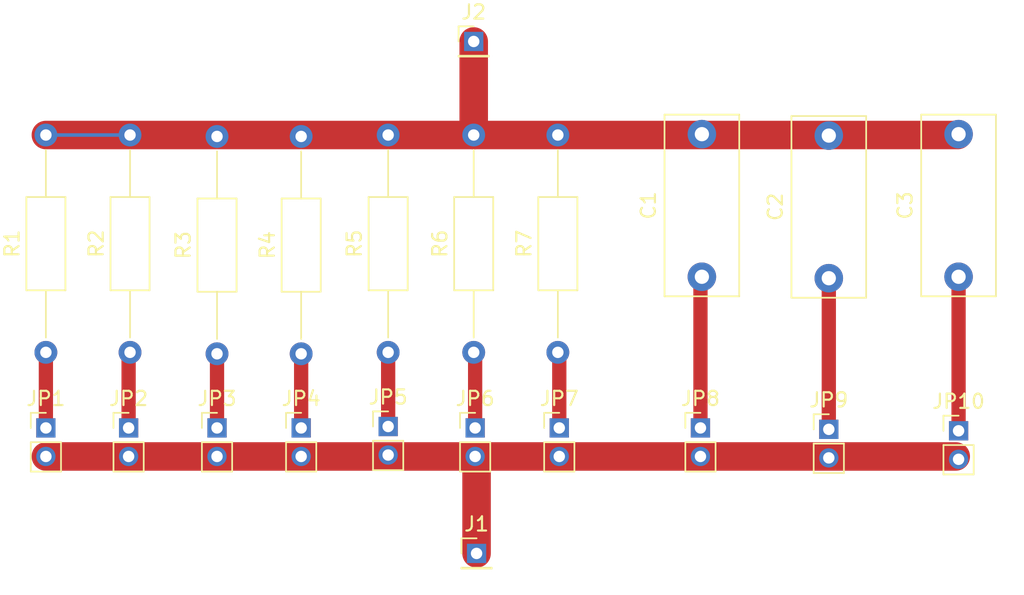
<source format=kicad_pcb>
(kicad_pcb (version 20171130) (host pcbnew "(5.1.6)-1")

  (general
    (thickness 1.6)
    (drawings 0)
    (tracks 24)
    (zones 0)
    (modules 22)
    (nets 13)
  )

  (page A4)
  (layers
    (0 F.Cu signal)
    (31 B.Cu signal)
    (32 B.Adhes user)
    (33 F.Adhes user)
    (34 B.Paste user)
    (35 F.Paste user)
    (36 B.SilkS user)
    (37 F.SilkS user)
    (38 B.Mask user)
    (39 F.Mask user)
    (40 Dwgs.User user)
    (41 Cmts.User user)
    (42 Eco1.User user)
    (43 Eco2.User user)
    (44 Edge.Cuts user)
    (45 Margin user)
    (46 B.CrtYd user)
    (47 F.CrtYd user)
    (48 B.Fab user)
    (49 F.Fab user)
  )

  (setup
    (last_trace_width 0.25)
    (trace_clearance 0.2)
    (zone_clearance 0.508)
    (zone_45_only no)
    (trace_min 0.2)
    (via_size 0.8)
    (via_drill 0.4)
    (via_min_size 0.4)
    (via_min_drill 0.3)
    (uvia_size 0.3)
    (uvia_drill 0.1)
    (uvias_allowed no)
    (uvia_min_size 0.2)
    (uvia_min_drill 0.1)
    (edge_width 0.05)
    (segment_width 0.2)
    (pcb_text_width 0.3)
    (pcb_text_size 1.5 1.5)
    (mod_edge_width 0.12)
    (mod_text_size 1 1)
    (mod_text_width 0.15)
    (pad_size 1 1.5)
    (pad_drill 0)
    (pad_to_mask_clearance 0.05)
    (aux_axis_origin 0 0)
    (visible_elements 7FFFFFFF)
    (pcbplotparams
      (layerselection 0x010fc_ffffffff)
      (usegerberextensions false)
      (usegerberattributes true)
      (usegerberadvancedattributes true)
      (creategerberjobfile true)
      (excludeedgelayer true)
      (linewidth 0.100000)
      (plotframeref false)
      (viasonmask false)
      (mode 1)
      (useauxorigin false)
      (hpglpennumber 1)
      (hpglpenspeed 20)
      (hpglpendiameter 15.000000)
      (psnegative false)
      (psa4output false)
      (plotreference true)
      (plotvalue true)
      (plotinvisibletext false)
      (padsonsilk false)
      (subtractmaskfromsilk false)
      (outputformat 1)
      (mirror false)
      (drillshape 1)
      (scaleselection 1)
      (outputdirectory ""))
  )

  (net 0 "")
  (net 1 "Net-(C1-Pad2)")
  (net 2 "Net-(C1-Pad1)")
  (net 3 "Net-(C2-Pad1)")
  (net 4 "Net-(C3-Pad1)")
  (net 5 "Net-(J1-Pad1)")
  (net 6 "Net-(JP1-Pad1)")
  (net 7 "Net-(JP2-Pad1)")
  (net 8 "Net-(JP3-Pad1)")
  (net 9 "Net-(JP4-Pad1)")
  (net 10 "Net-(JP5-Pad1)")
  (net 11 "Net-(JP6-Pad1)")
  (net 12 "Net-(JP7-Pad1)")

  (net_class Default "This is the default net class."
    (clearance 0.2)
    (trace_width 0.25)
    (via_dia 0.8)
    (via_drill 0.4)
    (uvia_dia 0.3)
    (uvia_drill 0.1)
    (add_net "Net-(C1-Pad1)")
    (add_net "Net-(C1-Pad2)")
    (add_net "Net-(C2-Pad1)")
    (add_net "Net-(C3-Pad1)")
    (add_net "Net-(J1-Pad1)")
    (add_net "Net-(JP1-Pad1)")
    (add_net "Net-(JP2-Pad1)")
    (add_net "Net-(JP3-Pad1)")
    (add_net "Net-(JP4-Pad1)")
    (add_net "Net-(JP5-Pad1)")
    (add_net "Net-(JP6-Pad1)")
    (add_net "Net-(JP7-Pad1)")
  )

  (module Connector_PinHeader_2.00mm:PinHeader_1x02_P2.00mm_Vertical (layer F.Cu) (tedit 59FED667) (tstamp 61D62CDA)
    (at 151.1 72.8)
    (descr "Through hole straight pin header, 1x02, 2.00mm pitch, single row")
    (tags "Through hole pin header THT 1x02 2.00mm single row")
    (path /61D63816)
    (fp_text reference JP10 (at 0 -2.06) (layer F.SilkS)
      (effects (font (size 1 1) (thickness 0.15)))
    )
    (fp_text value Jumper (at 0 4.06) (layer F.Fab)
      (effects (font (size 1 1) (thickness 0.15)))
    )
    (fp_text user %R (at 0 1 90) (layer F.Fab)
      (effects (font (size 1 1) (thickness 0.15)))
    )
    (fp_line (start -0.5 -1) (end 1 -1) (layer F.Fab) (width 0.1))
    (fp_line (start 1 -1) (end 1 3) (layer F.Fab) (width 0.1))
    (fp_line (start 1 3) (end -1 3) (layer F.Fab) (width 0.1))
    (fp_line (start -1 3) (end -1 -0.5) (layer F.Fab) (width 0.1))
    (fp_line (start -1 -0.5) (end -0.5 -1) (layer F.Fab) (width 0.1))
    (fp_line (start -1.06 3.06) (end 1.06 3.06) (layer F.SilkS) (width 0.12))
    (fp_line (start -1.06 1) (end -1.06 3.06) (layer F.SilkS) (width 0.12))
    (fp_line (start 1.06 1) (end 1.06 3.06) (layer F.SilkS) (width 0.12))
    (fp_line (start -1.06 1) (end 1.06 1) (layer F.SilkS) (width 0.12))
    (fp_line (start -1.06 0) (end -1.06 -1.06) (layer F.SilkS) (width 0.12))
    (fp_line (start -1.06 -1.06) (end 0 -1.06) (layer F.SilkS) (width 0.12))
    (fp_line (start -1.5 -1.5) (end -1.5 3.5) (layer F.CrtYd) (width 0.05))
    (fp_line (start -1.5 3.5) (end 1.5 3.5) (layer F.CrtYd) (width 0.05))
    (fp_line (start 1.5 3.5) (end 1.5 -1.5) (layer F.CrtYd) (width 0.05))
    (fp_line (start 1.5 -1.5) (end -1.5 -1.5) (layer F.CrtYd) (width 0.05))
    (pad 2 thru_hole oval (at 0 2) (size 1.35 1.35) (drill 0.8) (layers *.Cu *.Mask)
      (net 5 "Net-(J1-Pad1)"))
    (pad 1 thru_hole rect (at 0 0) (size 1.35 1.35) (drill 0.8) (layers *.Cu *.Mask)
      (net 4 "Net-(C3-Pad1)"))
    (model ${KISYS3DMOD}/Connector_PinHeader_2.00mm.3dshapes/PinHeader_1x02_P2.00mm_Vertical.wrl
      (at (xyz 0 0 0))
      (scale (xyz 1 1 1))
      (rotate (xyz 0 0 0))
    )
  )

  (module Connector_PinHeader_2.00mm:PinHeader_1x02_P2.00mm_Vertical (layer F.Cu) (tedit 59FED667) (tstamp 61D62CC8)
    (at 142 72.7)
    (descr "Through hole straight pin header, 1x02, 2.00mm pitch, single row")
    (tags "Through hole pin header THT 1x02 2.00mm single row")
    (path /61D63363)
    (fp_text reference JP9 (at 0 -2.06) (layer F.SilkS)
      (effects (font (size 1 1) (thickness 0.15)))
    )
    (fp_text value Jumper (at 0 4.06) (layer F.Fab)
      (effects (font (size 1 1) (thickness 0.15)))
    )
    (fp_text user %R (at -4.4 0.4 90) (layer F.Fab)
      (effects (font (size 1 1) (thickness 0.15)))
    )
    (fp_line (start -0.5 -1) (end 1 -1) (layer F.Fab) (width 0.1))
    (fp_line (start 1 -1) (end 1 3) (layer F.Fab) (width 0.1))
    (fp_line (start 1 3) (end -1 3) (layer F.Fab) (width 0.1))
    (fp_line (start -1 3) (end -1 -0.5) (layer F.Fab) (width 0.1))
    (fp_line (start -1 -0.5) (end -0.5 -1) (layer F.Fab) (width 0.1))
    (fp_line (start -1.06 3.06) (end 1.06 3.06) (layer F.SilkS) (width 0.12))
    (fp_line (start -1.06 1) (end -1.06 3.06) (layer F.SilkS) (width 0.12))
    (fp_line (start 1.06 1) (end 1.06 3.06) (layer F.SilkS) (width 0.12))
    (fp_line (start -1.06 1) (end 1.06 1) (layer F.SilkS) (width 0.12))
    (fp_line (start -1.06 0) (end -1.06 -1.06) (layer F.SilkS) (width 0.12))
    (fp_line (start -1.06 -1.06) (end 0 -1.06) (layer F.SilkS) (width 0.12))
    (fp_line (start -1.5 -1.5) (end -1.5 3.5) (layer F.CrtYd) (width 0.05))
    (fp_line (start -1.5 3.5) (end 1.5 3.5) (layer F.CrtYd) (width 0.05))
    (fp_line (start 1.5 3.5) (end 1.5 -1.5) (layer F.CrtYd) (width 0.05))
    (fp_line (start 1.5 -1.5) (end -1.5 -1.5) (layer F.CrtYd) (width 0.05))
    (pad 2 thru_hole oval (at 0 2) (size 1.35 1.35) (drill 0.8) (layers *.Cu *.Mask)
      (net 5 "Net-(J1-Pad1)"))
    (pad 1 thru_hole rect (at 0 0) (size 1.35 1.35) (drill 0.8) (layers *.Cu *.Mask)
      (net 3 "Net-(C2-Pad1)"))
    (model ${KISYS3DMOD}/Connector_PinHeader_2.00mm.3dshapes/PinHeader_1x02_P2.00mm_Vertical.wrl
      (at (xyz 0 0 0))
      (scale (xyz 1 1 1))
      (rotate (xyz 0 0 0))
    )
  )

  (module Connector_PinHeader_2.00mm:PinHeader_1x02_P2.00mm_Vertical (layer F.Cu) (tedit 59FED667) (tstamp 61D62CB6)
    (at 133 72.6)
    (descr "Through hole straight pin header, 1x02, 2.00mm pitch, single row")
    (tags "Through hole pin header THT 1x02 2.00mm single row")
    (path /61D62E62)
    (fp_text reference JP8 (at 0 -2.06) (layer F.SilkS)
      (effects (font (size 1 1) (thickness 0.15)))
    )
    (fp_text value Jumper (at 0 4.06) (layer F.Fab)
      (effects (font (size 1 1) (thickness 0.15)))
    )
    (fp_text user %R (at -1.4 0.9 90) (layer F.Fab)
      (effects (font (size 1 1) (thickness 0.15)))
    )
    (fp_line (start -0.5 -1) (end 1 -1) (layer F.Fab) (width 0.1))
    (fp_line (start 1 -1) (end 1 3) (layer F.Fab) (width 0.1))
    (fp_line (start 1 3) (end -1 3) (layer F.Fab) (width 0.1))
    (fp_line (start -1 3) (end -1 -0.5) (layer F.Fab) (width 0.1))
    (fp_line (start -1 -0.5) (end -0.5 -1) (layer F.Fab) (width 0.1))
    (fp_line (start -1.06 3.06) (end 1.06 3.06) (layer F.SilkS) (width 0.12))
    (fp_line (start -1.06 1) (end -1.06 3.06) (layer F.SilkS) (width 0.12))
    (fp_line (start 1.06 1) (end 1.06 3.06) (layer F.SilkS) (width 0.12))
    (fp_line (start -1.06 1) (end 1.06 1) (layer F.SilkS) (width 0.12))
    (fp_line (start -1.06 0) (end -1.06 -1.06) (layer F.SilkS) (width 0.12))
    (fp_line (start -1.06 -1.06) (end 0 -1.06) (layer F.SilkS) (width 0.12))
    (fp_line (start -1.5 -1.5) (end -1.5 3.5) (layer F.CrtYd) (width 0.05))
    (fp_line (start -1.5 3.5) (end 1.5 3.5) (layer F.CrtYd) (width 0.05))
    (fp_line (start 1.5 3.5) (end 1.5 -1.5) (layer F.CrtYd) (width 0.05))
    (fp_line (start 1.5 -1.5) (end -1.5 -1.5) (layer F.CrtYd) (width 0.05))
    (pad 2 thru_hole oval (at 0 2) (size 1.35 1.35) (drill 0.8) (layers *.Cu *.Mask)
      (net 5 "Net-(J1-Pad1)"))
    (pad 1 thru_hole rect (at 0 0) (size 1.35 1.35) (drill 0.8) (layers *.Cu *.Mask)
      (net 2 "Net-(C1-Pad1)"))
    (model ${KISYS3DMOD}/Connector_PinHeader_2.00mm.3dshapes/PinHeader_1x02_P2.00mm_Vertical.wrl
      (at (xyz 0 0 0))
      (scale (xyz 1 1 1))
      (rotate (xyz 0 0 0))
    )
  )

  (module Connector_PinHeader_2.00mm:PinHeader_1x02_P2.00mm_Vertical (layer F.Cu) (tedit 59FED667) (tstamp 61D62CA4)
    (at 123.1 72.6)
    (descr "Through hole straight pin header, 1x02, 2.00mm pitch, single row")
    (tags "Through hole pin header THT 1x02 2.00mm single row")
    (path /61D628DA)
    (fp_text reference JP7 (at 0 -2.06) (layer F.SilkS)
      (effects (font (size 1 1) (thickness 0.15)))
    )
    (fp_text value Jumper (at 0 4.06) (layer F.Fab)
      (effects (font (size 1 1) (thickness 0.15)))
    )
    (fp_text user %R (at 0 1 90) (layer F.Fab)
      (effects (font (size 1 1) (thickness 0.15)))
    )
    (fp_line (start -0.5 -1) (end 1 -1) (layer F.Fab) (width 0.1))
    (fp_line (start 1 -1) (end 1 3) (layer F.Fab) (width 0.1))
    (fp_line (start 1 3) (end -1 3) (layer F.Fab) (width 0.1))
    (fp_line (start -1 3) (end -1 -0.5) (layer F.Fab) (width 0.1))
    (fp_line (start -1 -0.5) (end -0.5 -1) (layer F.Fab) (width 0.1))
    (fp_line (start -1.06 3.06) (end 1.06 3.06) (layer F.SilkS) (width 0.12))
    (fp_line (start -1.06 1) (end -1.06 3.06) (layer F.SilkS) (width 0.12))
    (fp_line (start 1.06 1) (end 1.06 3.06) (layer F.SilkS) (width 0.12))
    (fp_line (start -1.06 1) (end 1.06 1) (layer F.SilkS) (width 0.12))
    (fp_line (start -1.06 0) (end -1.06 -1.06) (layer F.SilkS) (width 0.12))
    (fp_line (start -1.06 -1.06) (end 0 -1.06) (layer F.SilkS) (width 0.12))
    (fp_line (start -1.5 -1.5) (end -1.5 3.5) (layer F.CrtYd) (width 0.05))
    (fp_line (start -1.5 3.5) (end 1.5 3.5) (layer F.CrtYd) (width 0.05))
    (fp_line (start 1.5 3.5) (end 1.5 -1.5) (layer F.CrtYd) (width 0.05))
    (fp_line (start 1.5 -1.5) (end -1.5 -1.5) (layer F.CrtYd) (width 0.05))
    (pad 2 thru_hole oval (at 0 2) (size 1.35 1.35) (drill 0.8) (layers *.Cu *.Mask)
      (net 5 "Net-(J1-Pad1)"))
    (pad 1 thru_hole rect (at 0 0) (size 1.35 1.35) (drill 0.8) (layers *.Cu *.Mask)
      (net 12 "Net-(JP7-Pad1)"))
    (model ${KISYS3DMOD}/Connector_PinHeader_2.00mm.3dshapes/PinHeader_1x02_P2.00mm_Vertical.wrl
      (at (xyz 0 0 0))
      (scale (xyz 1 1 1))
      (rotate (xyz 0 0 0))
    )
  )

  (module Connector_PinHeader_2.00mm:PinHeader_1x02_P2.00mm_Vertical (layer F.Cu) (tedit 59FED667) (tstamp 61D62C92)
    (at 117.2 72.6)
    (descr "Through hole straight pin header, 1x02, 2.00mm pitch, single row")
    (tags "Through hole pin header THT 1x02 2.00mm single row")
    (path /61D624B5)
    (fp_text reference JP6 (at 0 -2.06) (layer F.SilkS)
      (effects (font (size 1 1) (thickness 0.15)))
    )
    (fp_text value Jumper (at 0 4.06) (layer F.Fab)
      (effects (font (size 1 1) (thickness 0.15)))
    )
    (fp_text user %R (at 0 1 90) (layer F.Fab)
      (effects (font (size 1 1) (thickness 0.15)))
    )
    (fp_line (start -0.5 -1) (end 1 -1) (layer F.Fab) (width 0.1))
    (fp_line (start 1 -1) (end 1 3) (layer F.Fab) (width 0.1))
    (fp_line (start 1 3) (end -1 3) (layer F.Fab) (width 0.1))
    (fp_line (start -1 3) (end -1 -0.5) (layer F.Fab) (width 0.1))
    (fp_line (start -1 -0.5) (end -0.5 -1) (layer F.Fab) (width 0.1))
    (fp_line (start -1.06 3.06) (end 1.06 3.06) (layer F.SilkS) (width 0.12))
    (fp_line (start -1.06 1) (end -1.06 3.06) (layer F.SilkS) (width 0.12))
    (fp_line (start 1.06 1) (end 1.06 3.06) (layer F.SilkS) (width 0.12))
    (fp_line (start -1.06 1) (end 1.06 1) (layer F.SilkS) (width 0.12))
    (fp_line (start -1.06 0) (end -1.06 -1.06) (layer F.SilkS) (width 0.12))
    (fp_line (start -1.06 -1.06) (end 0 -1.06) (layer F.SilkS) (width 0.12))
    (fp_line (start -1.5 -1.5) (end -1.5 3.5) (layer F.CrtYd) (width 0.05))
    (fp_line (start -1.5 3.5) (end 1.5 3.5) (layer F.CrtYd) (width 0.05))
    (fp_line (start 1.5 3.5) (end 1.5 -1.5) (layer F.CrtYd) (width 0.05))
    (fp_line (start 1.5 -1.5) (end -1.5 -1.5) (layer F.CrtYd) (width 0.05))
    (pad 2 thru_hole oval (at 0 2) (size 1.35 1.35) (drill 0.8) (layers *.Cu *.Mask)
      (net 5 "Net-(J1-Pad1)"))
    (pad 1 thru_hole rect (at 0 0) (size 1.35 1.35) (drill 0.8) (layers *.Cu *.Mask)
      (net 11 "Net-(JP6-Pad1)"))
    (model ${KISYS3DMOD}/Connector_PinHeader_2.00mm.3dshapes/PinHeader_1x02_P2.00mm_Vertical.wrl
      (at (xyz 0 0 0))
      (scale (xyz 1 1 1))
      (rotate (xyz 0 0 0))
    )
  )

  (module Connector_PinHeader_2.00mm:PinHeader_1x02_P2.00mm_Vertical (layer F.Cu) (tedit 59FED667) (tstamp 61D62C80)
    (at 111.1 72.5)
    (descr "Through hole straight pin header, 1x02, 2.00mm pitch, single row")
    (tags "Through hole pin header THT 1x02 2.00mm single row")
    (path /61D6209A)
    (fp_text reference JP5 (at 0 -2.06) (layer F.SilkS)
      (effects (font (size 1 1) (thickness 0.15)))
    )
    (fp_text value Jumper (at 0 4.06) (layer F.Fab)
      (effects (font (size 1 1) (thickness 0.15)))
    )
    (fp_text user %R (at 0 1 90) (layer F.Fab)
      (effects (font (size 1 1) (thickness 0.15)))
    )
    (fp_line (start -0.5 -1) (end 1 -1) (layer F.Fab) (width 0.1))
    (fp_line (start 1 -1) (end 1 3) (layer F.Fab) (width 0.1))
    (fp_line (start 1 3) (end -1 3) (layer F.Fab) (width 0.1))
    (fp_line (start -1 3) (end -1 -0.5) (layer F.Fab) (width 0.1))
    (fp_line (start -1 -0.5) (end -0.5 -1) (layer F.Fab) (width 0.1))
    (fp_line (start -1.06 3.06) (end 1.06 3.06) (layer F.SilkS) (width 0.12))
    (fp_line (start -1.06 1) (end -1.06 3.06) (layer F.SilkS) (width 0.12))
    (fp_line (start 1.06 1) (end 1.06 3.06) (layer F.SilkS) (width 0.12))
    (fp_line (start -1.06 1) (end 1.06 1) (layer F.SilkS) (width 0.12))
    (fp_line (start -1.06 0) (end -1.06 -1.06) (layer F.SilkS) (width 0.12))
    (fp_line (start -1.06 -1.06) (end 0 -1.06) (layer F.SilkS) (width 0.12))
    (fp_line (start -1.5 -1.5) (end -1.5 3.5) (layer F.CrtYd) (width 0.05))
    (fp_line (start -1.5 3.5) (end 1.5 3.5) (layer F.CrtYd) (width 0.05))
    (fp_line (start 1.5 3.5) (end 1.5 -1.5) (layer F.CrtYd) (width 0.05))
    (fp_line (start 1.5 -1.5) (end -1.5 -1.5) (layer F.CrtYd) (width 0.05))
    (pad 2 thru_hole oval (at 0 2) (size 1.35 1.35) (drill 0.8) (layers *.Cu *.Mask)
      (net 5 "Net-(J1-Pad1)"))
    (pad 1 thru_hole rect (at 0 0) (size 1.35 1.35) (drill 0.8) (layers *.Cu *.Mask)
      (net 10 "Net-(JP5-Pad1)"))
    (model ${KISYS3DMOD}/Connector_PinHeader_2.00mm.3dshapes/PinHeader_1x02_P2.00mm_Vertical.wrl
      (at (xyz 0 0 0))
      (scale (xyz 1 1 1))
      (rotate (xyz 0 0 0))
    )
  )

  (module Connector_PinHeader_2.00mm:PinHeader_1x02_P2.00mm_Vertical (layer F.Cu) (tedit 59FED667) (tstamp 61D62C6E)
    (at 105 72.6)
    (descr "Through hole straight pin header, 1x02, 2.00mm pitch, single row")
    (tags "Through hole pin header THT 1x02 2.00mm single row")
    (path /61D61D2E)
    (fp_text reference JP4 (at 0 -2.06) (layer F.SilkS)
      (effects (font (size 1 1) (thickness 0.15)))
    )
    (fp_text value Jumper (at 0 4.06) (layer F.Fab)
      (effects (font (size 1 1) (thickness 0.15)))
    )
    (fp_text user %R (at -1.6 -0.4 90) (layer F.Fab)
      (effects (font (size 1 1) (thickness 0.15)))
    )
    (fp_line (start -0.5 -1) (end 1 -1) (layer F.Fab) (width 0.1))
    (fp_line (start 1 -1) (end 1 3) (layer F.Fab) (width 0.1))
    (fp_line (start 1 3) (end -1 3) (layer F.Fab) (width 0.1))
    (fp_line (start -1 3) (end -1 -0.5) (layer F.Fab) (width 0.1))
    (fp_line (start -1 -0.5) (end -0.5 -1) (layer F.Fab) (width 0.1))
    (fp_line (start -1.06 3.06) (end 1.06 3.06) (layer F.SilkS) (width 0.12))
    (fp_line (start -1.06 1) (end -1.06 3.06) (layer F.SilkS) (width 0.12))
    (fp_line (start 1.06 1) (end 1.06 3.06) (layer F.SilkS) (width 0.12))
    (fp_line (start -1.06 1) (end 1.06 1) (layer F.SilkS) (width 0.12))
    (fp_line (start -1.06 0) (end -1.06 -1.06) (layer F.SilkS) (width 0.12))
    (fp_line (start -1.06 -1.06) (end 0 -1.06) (layer F.SilkS) (width 0.12))
    (fp_line (start -1.5 -1.5) (end -1.5 3.5) (layer F.CrtYd) (width 0.05))
    (fp_line (start -1.5 3.5) (end 1.5 3.5) (layer F.CrtYd) (width 0.05))
    (fp_line (start 1.5 3.5) (end 1.5 -1.5) (layer F.CrtYd) (width 0.05))
    (fp_line (start 1.5 -1.5) (end -1.5 -1.5) (layer F.CrtYd) (width 0.05))
    (pad 2 thru_hole oval (at 0 2) (size 1.35 1.35) (drill 0.8) (layers *.Cu *.Mask)
      (net 5 "Net-(J1-Pad1)"))
    (pad 1 thru_hole rect (at 0 0) (size 1.35 1.35) (drill 0.8) (layers *.Cu *.Mask)
      (net 9 "Net-(JP4-Pad1)"))
    (model ${KISYS3DMOD}/Connector_PinHeader_2.00mm.3dshapes/PinHeader_1x02_P2.00mm_Vertical.wrl
      (at (xyz 0 0 0))
      (scale (xyz 1 1 1))
      (rotate (xyz 0 0 0))
    )
  )

  (module Connector_PinHeader_2.00mm:PinHeader_1x02_P2.00mm_Vertical (layer F.Cu) (tedit 59FED667) (tstamp 61D62C5C)
    (at 99.1 72.6)
    (descr "Through hole straight pin header, 1x02, 2.00mm pitch, single row")
    (tags "Through hole pin header THT 1x02 2.00mm single row")
    (path /61D61913)
    (fp_text reference JP3 (at 0 -2.06) (layer F.SilkS)
      (effects (font (size 1 1) (thickness 0.15)))
    )
    (fp_text value Jumper (at 0 4.06) (layer F.Fab)
      (effects (font (size 1 1) (thickness 0.15)))
    )
    (fp_text user %R (at 0 1 90) (layer F.Fab)
      (effects (font (size 1 1) (thickness 0.15)))
    )
    (fp_line (start -0.5 -1) (end 1 -1) (layer F.Fab) (width 0.1))
    (fp_line (start 1 -1) (end 1 3) (layer F.Fab) (width 0.1))
    (fp_line (start 1 3) (end -1 3) (layer F.Fab) (width 0.1))
    (fp_line (start -1 3) (end -1 -0.5) (layer F.Fab) (width 0.1))
    (fp_line (start -1 -0.5) (end -0.5 -1) (layer F.Fab) (width 0.1))
    (fp_line (start -1.06 3.06) (end 1.06 3.06) (layer F.SilkS) (width 0.12))
    (fp_line (start -1.06 1) (end -1.06 3.06) (layer F.SilkS) (width 0.12))
    (fp_line (start 1.06 1) (end 1.06 3.06) (layer F.SilkS) (width 0.12))
    (fp_line (start -1.06 1) (end 1.06 1) (layer F.SilkS) (width 0.12))
    (fp_line (start -1.06 0) (end -1.06 -1.06) (layer F.SilkS) (width 0.12))
    (fp_line (start -1.06 -1.06) (end 0 -1.06) (layer F.SilkS) (width 0.12))
    (fp_line (start -1.5 -1.5) (end -1.5 3.5) (layer F.CrtYd) (width 0.05))
    (fp_line (start -1.5 3.5) (end 1.5 3.5) (layer F.CrtYd) (width 0.05))
    (fp_line (start 1.5 3.5) (end 1.5 -1.5) (layer F.CrtYd) (width 0.05))
    (fp_line (start 1.5 -1.5) (end -1.5 -1.5) (layer F.CrtYd) (width 0.05))
    (pad 2 thru_hole oval (at 0 2) (size 1.35 1.35) (drill 0.8) (layers *.Cu *.Mask)
      (net 5 "Net-(J1-Pad1)"))
    (pad 1 thru_hole rect (at 0 0) (size 1.35 1.35) (drill 0.8) (layers *.Cu *.Mask)
      (net 8 "Net-(JP3-Pad1)"))
    (model ${KISYS3DMOD}/Connector_PinHeader_2.00mm.3dshapes/PinHeader_1x02_P2.00mm_Vertical.wrl
      (at (xyz 0 0 0))
      (scale (xyz 1 1 1))
      (rotate (xyz 0 0 0))
    )
  )

  (module Connector_PinHeader_2.00mm:PinHeader_1x02_P2.00mm_Vertical (layer F.Cu) (tedit 59FED667) (tstamp 61D62C4A)
    (at 92.9 72.6)
    (descr "Through hole straight pin header, 1x02, 2.00mm pitch, single row")
    (tags "Through hole pin header THT 1x02 2.00mm single row")
    (path /61D61548)
    (fp_text reference JP2 (at 0 -2.06) (layer F.SilkS)
      (effects (font (size 1 1) (thickness 0.15)))
    )
    (fp_text value Jumper (at 0 4.06) (layer F.Fab)
      (effects (font (size 1 1) (thickness 0.15)))
    )
    (fp_text user %R (at 0 1 90) (layer F.Fab)
      (effects (font (size 1 1) (thickness 0.15)))
    )
    (fp_line (start -0.5 -1) (end 1 -1) (layer F.Fab) (width 0.1))
    (fp_line (start 1 -1) (end 1 3) (layer F.Fab) (width 0.1))
    (fp_line (start 1 3) (end -1 3) (layer F.Fab) (width 0.1))
    (fp_line (start -1 3) (end -1 -0.5) (layer F.Fab) (width 0.1))
    (fp_line (start -1 -0.5) (end -0.5 -1) (layer F.Fab) (width 0.1))
    (fp_line (start -1.06 3.06) (end 1.06 3.06) (layer F.SilkS) (width 0.12))
    (fp_line (start -1.06 1) (end -1.06 3.06) (layer F.SilkS) (width 0.12))
    (fp_line (start 1.06 1) (end 1.06 3.06) (layer F.SilkS) (width 0.12))
    (fp_line (start -1.06 1) (end 1.06 1) (layer F.SilkS) (width 0.12))
    (fp_line (start -1.06 0) (end -1.06 -1.06) (layer F.SilkS) (width 0.12))
    (fp_line (start -1.06 -1.06) (end 0 -1.06) (layer F.SilkS) (width 0.12))
    (fp_line (start -1.5 -1.5) (end -1.5 3.5) (layer F.CrtYd) (width 0.05))
    (fp_line (start -1.5 3.5) (end 1.5 3.5) (layer F.CrtYd) (width 0.05))
    (fp_line (start 1.5 3.5) (end 1.5 -1.5) (layer F.CrtYd) (width 0.05))
    (fp_line (start 1.5 -1.5) (end -1.5 -1.5) (layer F.CrtYd) (width 0.05))
    (pad 2 thru_hole oval (at 0 2) (size 1.35 1.35) (drill 0.8) (layers *.Cu *.Mask)
      (net 5 "Net-(J1-Pad1)"))
    (pad 1 thru_hole rect (at 0 0) (size 1.35 1.35) (drill 0.8) (layers *.Cu *.Mask)
      (net 7 "Net-(JP2-Pad1)"))
    (model ${KISYS3DMOD}/Connector_PinHeader_2.00mm.3dshapes/PinHeader_1x02_P2.00mm_Vertical.wrl
      (at (xyz 0 0 0))
      (scale (xyz 1 1 1))
      (rotate (xyz 0 0 0))
    )
  )

  (module Connector_PinHeader_2.00mm:PinHeader_1x02_P2.00mm_Vertical (layer F.Cu) (tedit 59FED667) (tstamp 61D62C38)
    (at 87.1 72.6)
    (descr "Through hole straight pin header, 1x02, 2.00mm pitch, single row")
    (tags "Through hole pin header THT 1x02 2.00mm single row")
    (path /61D60A8D)
    (fp_text reference JP1 (at 0 -2.06) (layer F.SilkS)
      (effects (font (size 1 1) (thickness 0.15)))
    )
    (fp_text value Jumper (at 0 4.06) (layer F.Fab)
      (effects (font (size 1 1) (thickness 0.15)))
    )
    (fp_line (start 1.5 -1.5) (end -1.5 -1.5) (layer F.CrtYd) (width 0.05))
    (fp_line (start 1.5 3.5) (end 1.5 -1.5) (layer F.CrtYd) (width 0.05))
    (fp_line (start -1.5 3.5) (end 1.5 3.5) (layer F.CrtYd) (width 0.05))
    (fp_line (start -1.5 -1.5) (end -1.5 3.5) (layer F.CrtYd) (width 0.05))
    (fp_line (start -1.06 -1.06) (end 0 -1.06) (layer F.SilkS) (width 0.12))
    (fp_line (start -1.06 0) (end -1.06 -1.06) (layer F.SilkS) (width 0.12))
    (fp_line (start -1.06 1) (end 1.06 1) (layer F.SilkS) (width 0.12))
    (fp_line (start 1.06 1) (end 1.06 3.06) (layer F.SilkS) (width 0.12))
    (fp_line (start -1.06 1) (end -1.06 3.06) (layer F.SilkS) (width 0.12))
    (fp_line (start -1.06 3.06) (end 1.06 3.06) (layer F.SilkS) (width 0.12))
    (fp_line (start -1 -0.5) (end -0.5 -1) (layer F.Fab) (width 0.1))
    (fp_line (start -1 3) (end -1 -0.5) (layer F.Fab) (width 0.1))
    (fp_line (start 1 3) (end -1 3) (layer F.Fab) (width 0.1))
    (fp_line (start 1 -1) (end 1 3) (layer F.Fab) (width 0.1))
    (fp_line (start -0.5 -1) (end 1 -1) (layer F.Fab) (width 0.1))
    (fp_text user %R (at 0 1 90) (layer F.Fab)
      (effects (font (size 1 1) (thickness 0.15)))
    )
    (pad 2 thru_hole oval (at 0 2) (size 1.35 1.35) (drill 0.8) (layers *.Cu *.Mask)
      (net 5 "Net-(J1-Pad1)"))
    (pad 1 thru_hole rect (at 0 0) (size 1.35 1.35) (drill 0.8) (layers *.Cu *.Mask)
      (net 6 "Net-(JP1-Pad1)"))
    (model ${KISYS3DMOD}/Connector_PinHeader_2.00mm.3dshapes/PinHeader_1x02_P2.00mm_Vertical.wrl
      (at (xyz 0 0 0))
      (scale (xyz 1 1 1))
      (rotate (xyz 0 0 0))
    )
  )

  (module Resistor_THT:R_Axial_DIN0207_L6.3mm_D2.5mm_P15.24mm_Horizontal (layer F.Cu) (tedit 5AE5139B) (tstamp 61D62D7B)
    (at 123 67.3 90)
    (descr "Resistor, Axial_DIN0207 series, Axial, Horizontal, pin pitch=15.24mm, 0.25W = 1/4W, length*diameter=6.3*2.5mm^2, http://cdn-reichelt.de/documents/datenblatt/B400/1_4W%23YAG.pdf")
    (tags "Resistor Axial_DIN0207 series Axial Horizontal pin pitch 15.24mm 0.25W = 1/4W length 6.3mm diameter 2.5mm")
    (path /61D5DF32)
    (fp_text reference R7 (at 7.62 -2.37 90) (layer F.SilkS)
      (effects (font (size 1 1) (thickness 0.15)))
    )
    (fp_text value 994 (at 7.62 2.37 90) (layer F.Fab)
      (effects (font (size 1 1) (thickness 0.15)))
    )
    (fp_line (start 4.47 -1.25) (end 4.47 1.25) (layer F.Fab) (width 0.1))
    (fp_line (start 4.47 1.25) (end 10.77 1.25) (layer F.Fab) (width 0.1))
    (fp_line (start 10.77 1.25) (end 10.77 -1.25) (layer F.Fab) (width 0.1))
    (fp_line (start 10.77 -1.25) (end 4.47 -1.25) (layer F.Fab) (width 0.1))
    (fp_line (start 0 0) (end 4.47 0) (layer F.Fab) (width 0.1))
    (fp_line (start 15.24 0) (end 10.77 0) (layer F.Fab) (width 0.1))
    (fp_line (start 4.35 -1.37) (end 4.35 1.37) (layer F.SilkS) (width 0.12))
    (fp_line (start 4.35 1.37) (end 10.89 1.37) (layer F.SilkS) (width 0.12))
    (fp_line (start 10.89 1.37) (end 10.89 -1.37) (layer F.SilkS) (width 0.12))
    (fp_line (start 10.89 -1.37) (end 4.35 -1.37) (layer F.SilkS) (width 0.12))
    (fp_line (start 1.04 0) (end 4.35 0) (layer F.SilkS) (width 0.12))
    (fp_line (start 14.2 0) (end 10.89 0) (layer F.SilkS) (width 0.12))
    (fp_line (start -1.05 -1.5) (end -1.05 1.5) (layer F.CrtYd) (width 0.05))
    (fp_line (start -1.05 1.5) (end 16.29 1.5) (layer F.CrtYd) (width 0.05))
    (fp_line (start 16.29 1.5) (end 16.29 -1.5) (layer F.CrtYd) (width 0.05))
    (fp_line (start 16.29 -1.5) (end -1.05 -1.5) (layer F.CrtYd) (width 0.05))
    (fp_text user %R (at 7.62 0 90) (layer F.Fab)
      (effects (font (size 1 1) (thickness 0.15)))
    )
    (pad 2 thru_hole oval (at 15.24 0 90) (size 1.6 1.6) (drill 0.8) (layers *.Cu *.Mask)
      (net 1 "Net-(C1-Pad2)"))
    (pad 1 thru_hole circle (at 0 0 90) (size 1.6 1.6) (drill 0.8) (layers *.Cu *.Mask)
      (net 12 "Net-(JP7-Pad1)"))
    (model ${KISYS3DMOD}/Resistor_THT.3dshapes/R_Axial_DIN0207_L6.3mm_D2.5mm_P15.24mm_Horizontal.wrl
      (at (xyz 0 0 0))
      (scale (xyz 1 1 1))
      (rotate (xyz 0 0 0))
    )
  )

  (module Resistor_THT:R_Axial_DIN0207_L6.3mm_D2.5mm_P15.24mm_Horizontal (layer F.Cu) (tedit 5AE5139B) (tstamp 61D62D64)
    (at 117.1 67.3 90)
    (descr "Resistor, Axial_DIN0207 series, Axial, Horizontal, pin pitch=15.24mm, 0.25W = 1/4W, length*diameter=6.3*2.5mm^2, http://cdn-reichelt.de/documents/datenblatt/B400/1_4W%23YAG.pdf")
    (tags "Resistor Axial_DIN0207 series Axial Horizontal pin pitch 15.24mm 0.25W = 1/4W length 6.3mm diameter 2.5mm")
    (path /61D5D7EC)
    (fp_text reference R6 (at 7.62 -2.37 90) (layer F.SilkS)
      (effects (font (size 1 1) (thickness 0.15)))
    )
    (fp_text value 668 (at 7.62 2.37 90) (layer F.Fab)
      (effects (font (size 1 1) (thickness 0.15)))
    )
    (fp_line (start 4.47 -1.25) (end 4.47 1.25) (layer F.Fab) (width 0.1))
    (fp_line (start 4.47 1.25) (end 10.77 1.25) (layer F.Fab) (width 0.1))
    (fp_line (start 10.77 1.25) (end 10.77 -1.25) (layer F.Fab) (width 0.1))
    (fp_line (start 10.77 -1.25) (end 4.47 -1.25) (layer F.Fab) (width 0.1))
    (fp_line (start 0 0) (end 4.47 0) (layer F.Fab) (width 0.1))
    (fp_line (start 15.24 0) (end 10.77 0) (layer F.Fab) (width 0.1))
    (fp_line (start 4.35 -1.37) (end 4.35 1.37) (layer F.SilkS) (width 0.12))
    (fp_line (start 4.35 1.37) (end 10.89 1.37) (layer F.SilkS) (width 0.12))
    (fp_line (start 10.89 1.37) (end 10.89 -1.37) (layer F.SilkS) (width 0.12))
    (fp_line (start 10.89 -1.37) (end 4.35 -1.37) (layer F.SilkS) (width 0.12))
    (fp_line (start 1.04 0) (end 4.35 0) (layer F.SilkS) (width 0.12))
    (fp_line (start 14.2 0) (end 10.89 0) (layer F.SilkS) (width 0.12))
    (fp_line (start -1.05 -1.5) (end -1.05 1.5) (layer F.CrtYd) (width 0.05))
    (fp_line (start -1.05 1.5) (end 16.29 1.5) (layer F.CrtYd) (width 0.05))
    (fp_line (start 16.29 1.5) (end 16.29 -1.5) (layer F.CrtYd) (width 0.05))
    (fp_line (start 16.29 -1.5) (end -1.05 -1.5) (layer F.CrtYd) (width 0.05))
    (fp_text user %R (at 7.62 0 90) (layer F.Fab)
      (effects (font (size 1 1) (thickness 0.15)))
    )
    (pad 2 thru_hole oval (at 15.24 0 90) (size 1.6 1.6) (drill 0.8) (layers *.Cu *.Mask)
      (net 1 "Net-(C1-Pad2)"))
    (pad 1 thru_hole circle (at 0 0 90) (size 1.6 1.6) (drill 0.8) (layers *.Cu *.Mask)
      (net 11 "Net-(JP6-Pad1)"))
    (model ${KISYS3DMOD}/Resistor_THT.3dshapes/R_Axial_DIN0207_L6.3mm_D2.5mm_P15.24mm_Horizontal.wrl
      (at (xyz 0 0 0))
      (scale (xyz 1 1 1))
      (rotate (xyz 0 0 0))
    )
  )

  (module Resistor_THT:R_Axial_DIN0207_L6.3mm_D2.5mm_P15.24mm_Horizontal (layer F.Cu) (tedit 5AE5139B) (tstamp 61D62D4D)
    (at 111.1 67.3 90)
    (descr "Resistor, Axial_DIN0207 series, Axial, Horizontal, pin pitch=15.24mm, 0.25W = 1/4W, length*diameter=6.3*2.5mm^2, http://cdn-reichelt.de/documents/datenblatt/B400/1_4W%23YAG.pdf")
    (tags "Resistor Axial_DIN0207 series Axial Horizontal pin pitch 15.24mm 0.25W = 1/4W length 6.3mm diameter 2.5mm")
    (path /61D5D3B0)
    (fp_text reference R5 (at 7.62 -2.37 90) (layer F.SilkS)
      (effects (font (size 1 1) (thickness 0.15)))
    )
    (fp_text value 497 (at 7.62 2.37 90) (layer F.Fab)
      (effects (font (size 1 1) (thickness 0.15)))
    )
    (fp_line (start 4.47 -1.25) (end 4.47 1.25) (layer F.Fab) (width 0.1))
    (fp_line (start 4.47 1.25) (end 10.77 1.25) (layer F.Fab) (width 0.1))
    (fp_line (start 10.77 1.25) (end 10.77 -1.25) (layer F.Fab) (width 0.1))
    (fp_line (start 10.77 -1.25) (end 4.47 -1.25) (layer F.Fab) (width 0.1))
    (fp_line (start 0 0) (end 4.47 0) (layer F.Fab) (width 0.1))
    (fp_line (start 15.24 0) (end 10.77 0) (layer F.Fab) (width 0.1))
    (fp_line (start 4.35 -1.37) (end 4.35 1.37) (layer F.SilkS) (width 0.12))
    (fp_line (start 4.35 1.37) (end 10.89 1.37) (layer F.SilkS) (width 0.12))
    (fp_line (start 10.89 1.37) (end 10.89 -1.37) (layer F.SilkS) (width 0.12))
    (fp_line (start 10.89 -1.37) (end 4.35 -1.37) (layer F.SilkS) (width 0.12))
    (fp_line (start 1.04 0) (end 4.35 0) (layer F.SilkS) (width 0.12))
    (fp_line (start 14.2 0) (end 10.89 0) (layer F.SilkS) (width 0.12))
    (fp_line (start -1.05 -1.5) (end -1.05 1.5) (layer F.CrtYd) (width 0.05))
    (fp_line (start -1.05 1.5) (end 16.29 1.5) (layer F.CrtYd) (width 0.05))
    (fp_line (start 16.29 1.5) (end 16.29 -1.5) (layer F.CrtYd) (width 0.05))
    (fp_line (start 16.29 -1.5) (end -1.05 -1.5) (layer F.CrtYd) (width 0.05))
    (fp_text user %R (at 7.62 0 90) (layer F.Fab)
      (effects (font (size 1 1) (thickness 0.15)))
    )
    (pad 2 thru_hole oval (at 15.24 0 90) (size 1.6 1.6) (drill 0.8) (layers *.Cu *.Mask)
      (net 1 "Net-(C1-Pad2)"))
    (pad 1 thru_hole circle (at 0 0 90) (size 1.6 1.6) (drill 0.8) (layers *.Cu *.Mask)
      (net 10 "Net-(JP5-Pad1)"))
    (model ${KISYS3DMOD}/Resistor_THT.3dshapes/R_Axial_DIN0207_L6.3mm_D2.5mm_P15.24mm_Horizontal.wrl
      (at (xyz 0 0 0))
      (scale (xyz 1 1 1))
      (rotate (xyz 0 0 0))
    )
  )

  (module Resistor_THT:R_Axial_DIN0207_L6.3mm_D2.5mm_P15.24mm_Horizontal (layer F.Cu) (tedit 5AE5139B) (tstamp 61D62D36)
    (at 105 67.4 90)
    (descr "Resistor, Axial_DIN0207 series, Axial, Horizontal, pin pitch=15.24mm, 0.25W = 1/4W, length*diameter=6.3*2.5mm^2, http://cdn-reichelt.de/documents/datenblatt/B400/1_4W%23YAG.pdf")
    (tags "Resistor Axial_DIN0207 series Axial Horizontal pin pitch 15.24mm 0.25W = 1/4W length 6.3mm diameter 2.5mm")
    (path /61D5CE7E)
    (fp_text reference R4 (at 7.62 -2.37 90) (layer F.SilkS)
      (effects (font (size 1 1) (thickness 0.15)))
    )
    (fp_text value 292 (at 7.62 2.37 90) (layer F.Fab)
      (effects (font (size 1 1) (thickness 0.15)))
    )
    (fp_line (start 4.47 -1.25) (end 4.47 1.25) (layer F.Fab) (width 0.1))
    (fp_line (start 4.47 1.25) (end 10.77 1.25) (layer F.Fab) (width 0.1))
    (fp_line (start 10.77 1.25) (end 10.77 -1.25) (layer F.Fab) (width 0.1))
    (fp_line (start 10.77 -1.25) (end 4.47 -1.25) (layer F.Fab) (width 0.1))
    (fp_line (start 0 0) (end 4.47 0) (layer F.Fab) (width 0.1))
    (fp_line (start 15.24 0) (end 10.77 0) (layer F.Fab) (width 0.1))
    (fp_line (start 4.35 -1.37) (end 4.35 1.37) (layer F.SilkS) (width 0.12))
    (fp_line (start 4.35 1.37) (end 10.89 1.37) (layer F.SilkS) (width 0.12))
    (fp_line (start 10.89 1.37) (end 10.89 -1.37) (layer F.SilkS) (width 0.12))
    (fp_line (start 10.89 -1.37) (end 4.35 -1.37) (layer F.SilkS) (width 0.12))
    (fp_line (start 1.04 0) (end 4.35 0) (layer F.SilkS) (width 0.12))
    (fp_line (start 14.2 0) (end 10.89 0) (layer F.SilkS) (width 0.12))
    (fp_line (start -1.05 -1.5) (end -1.05 1.5) (layer F.CrtYd) (width 0.05))
    (fp_line (start -1.05 1.5) (end 16.29 1.5) (layer F.CrtYd) (width 0.05))
    (fp_line (start 16.29 1.5) (end 16.29 -1.5) (layer F.CrtYd) (width 0.05))
    (fp_line (start 16.29 -1.5) (end -1.05 -1.5) (layer F.CrtYd) (width 0.05))
    (fp_text user %R (at 7.62 0 90) (layer F.Fab)
      (effects (font (size 1 1) (thickness 0.15)))
    )
    (pad 2 thru_hole oval (at 15.24 0 90) (size 1.6 1.6) (drill 0.8) (layers *.Cu *.Mask)
      (net 1 "Net-(C1-Pad2)"))
    (pad 1 thru_hole circle (at 0 0 90) (size 1.6 1.6) (drill 0.8) (layers *.Cu *.Mask)
      (net 9 "Net-(JP4-Pad1)"))
    (model ${KISYS3DMOD}/Resistor_THT.3dshapes/R_Axial_DIN0207_L6.3mm_D2.5mm_P15.24mm_Horizontal.wrl
      (at (xyz 0 0 0))
      (scale (xyz 1 1 1))
      (rotate (xyz 0 0 0))
    )
  )

  (module Resistor_THT:R_Axial_DIN0207_L6.3mm_D2.5mm_P15.24mm_Horizontal (layer F.Cu) (tedit 5AE5139B) (tstamp 61D62D1F)
    (at 99.1 67.4 90)
    (descr "Resistor, Axial_DIN0207 series, Axial, Horizontal, pin pitch=15.24mm, 0.25W = 1/4W, length*diameter=6.3*2.5mm^2, http://cdn-reichelt.de/documents/datenblatt/B400/1_4W%23YAG.pdf")
    (tags "Resistor Axial_DIN0207 series Axial Horizontal pin pitch 15.24mm 0.25W = 1/4W length 6.3mm diameter 2.5mm")
    (path /61D5CA6C)
    (fp_text reference R3 (at 7.62 -2.37 90) (layer F.SilkS)
      (effects (font (size 1 1) (thickness 0.15)))
    )
    (fp_text value 220 (at 7.62 2.37 90) (layer F.Fab)
      (effects (font (size 1 1) (thickness 0.15)))
    )
    (fp_line (start 4.47 -1.25) (end 4.47 1.25) (layer F.Fab) (width 0.1))
    (fp_line (start 4.47 1.25) (end 10.77 1.25) (layer F.Fab) (width 0.1))
    (fp_line (start 10.77 1.25) (end 10.77 -1.25) (layer F.Fab) (width 0.1))
    (fp_line (start 10.77 -1.25) (end 4.47 -1.25) (layer F.Fab) (width 0.1))
    (fp_line (start 0 0) (end 4.47 0) (layer F.Fab) (width 0.1))
    (fp_line (start 15.24 0) (end 10.77 0) (layer F.Fab) (width 0.1))
    (fp_line (start 4.35 -1.37) (end 4.35 1.37) (layer F.SilkS) (width 0.12))
    (fp_line (start 4.35 1.37) (end 10.89 1.37) (layer F.SilkS) (width 0.12))
    (fp_line (start 10.89 1.37) (end 10.89 -1.37) (layer F.SilkS) (width 0.12))
    (fp_line (start 10.89 -1.37) (end 4.35 -1.37) (layer F.SilkS) (width 0.12))
    (fp_line (start 1.04 0) (end 4.35 0) (layer F.SilkS) (width 0.12))
    (fp_line (start 14.2 0) (end 10.89 0) (layer F.SilkS) (width 0.12))
    (fp_line (start -1.05 -1.5) (end -1.05 1.5) (layer F.CrtYd) (width 0.05))
    (fp_line (start -1.05 1.5) (end 16.29 1.5) (layer F.CrtYd) (width 0.05))
    (fp_line (start 16.29 1.5) (end 16.29 -1.5) (layer F.CrtYd) (width 0.05))
    (fp_line (start 16.29 -1.5) (end -1.05 -1.5) (layer F.CrtYd) (width 0.05))
    (fp_text user %R (at 7.62 0 90) (layer F.Fab)
      (effects (font (size 1 1) (thickness 0.15)))
    )
    (pad 2 thru_hole oval (at 15.24 0 90) (size 1.6 1.6) (drill 0.8) (layers *.Cu *.Mask)
      (net 1 "Net-(C1-Pad2)"))
    (pad 1 thru_hole circle (at 0 0 90) (size 1.6 1.6) (drill 0.8) (layers *.Cu *.Mask)
      (net 8 "Net-(JP3-Pad1)"))
    (model ${KISYS3DMOD}/Resistor_THT.3dshapes/R_Axial_DIN0207_L6.3mm_D2.5mm_P15.24mm_Horizontal.wrl
      (at (xyz 0 0 0))
      (scale (xyz 1 1 1))
      (rotate (xyz 0 0 0))
    )
  )

  (module Resistor_THT:R_Axial_DIN0207_L6.3mm_D2.5mm_P15.24mm_Horizontal (layer F.Cu) (tedit 5AE5139B) (tstamp 61D62D08)
    (at 93 67.3 90)
    (descr "Resistor, Axial_DIN0207 series, Axial, Horizontal, pin pitch=15.24mm, 0.25W = 1/4W, length*diameter=6.3*2.5mm^2, http://cdn-reichelt.de/documents/datenblatt/B400/1_4W%23YAG.pdf")
    (tags "Resistor Axial_DIN0207 series Axial Horizontal pin pitch 15.24mm 0.25W = 1/4W length 6.3mm diameter 2.5mm")
    (path /61D5C2C2)
    (fp_text reference R2 (at 7.62 -2.37 90) (layer F.SilkS)
      (effects (font (size 1 1) (thickness 0.15)))
    )
    (fp_text value 100 (at 7.62 2.37 90) (layer F.Fab)
      (effects (font (size 1 1) (thickness 0.15)))
    )
    (fp_line (start 4.47 -1.25) (end 4.47 1.25) (layer F.Fab) (width 0.1))
    (fp_line (start 4.47 1.25) (end 10.77 1.25) (layer F.Fab) (width 0.1))
    (fp_line (start 10.77 1.25) (end 10.77 -1.25) (layer F.Fab) (width 0.1))
    (fp_line (start 10.77 -1.25) (end 4.47 -1.25) (layer F.Fab) (width 0.1))
    (fp_line (start 0 0) (end 4.47 0) (layer F.Fab) (width 0.1))
    (fp_line (start 15.24 0) (end 10.77 0) (layer F.Fab) (width 0.1))
    (fp_line (start 4.35 -1.37) (end 4.35 1.37) (layer F.SilkS) (width 0.12))
    (fp_line (start 4.35 1.37) (end 10.89 1.37) (layer F.SilkS) (width 0.12))
    (fp_line (start 10.89 1.37) (end 10.89 -1.37) (layer F.SilkS) (width 0.12))
    (fp_line (start 10.89 -1.37) (end 4.35 -1.37) (layer F.SilkS) (width 0.12))
    (fp_line (start 1.04 0) (end 4.35 0) (layer F.SilkS) (width 0.12))
    (fp_line (start 14.2 0) (end 10.89 0) (layer F.SilkS) (width 0.12))
    (fp_line (start -1.05 -1.5) (end -1.05 1.5) (layer F.CrtYd) (width 0.05))
    (fp_line (start -1.05 1.5) (end 16.29 1.5) (layer F.CrtYd) (width 0.05))
    (fp_line (start 16.29 1.5) (end 16.29 -1.5) (layer F.CrtYd) (width 0.05))
    (fp_line (start 16.29 -1.5) (end -1.05 -1.5) (layer F.CrtYd) (width 0.05))
    (fp_text user %R (at 7.62 0) (layer F.Fab)
      (effects (font (size 1 1) (thickness 0.15)))
    )
    (pad 2 thru_hole oval (at 15.24 0 90) (size 1.6 1.6) (drill 0.8) (layers *.Cu *.Mask)
      (net 1 "Net-(C1-Pad2)"))
    (pad 1 thru_hole circle (at 0 0 90) (size 1.6 1.6) (drill 0.8) (layers *.Cu *.Mask)
      (net 7 "Net-(JP2-Pad1)"))
    (model ${KISYS3DMOD}/Resistor_THT.3dshapes/R_Axial_DIN0207_L6.3mm_D2.5mm_P15.24mm_Horizontal.wrl
      (at (xyz 0 0 0))
      (scale (xyz 1 1 1))
      (rotate (xyz 0 0 0))
    )
  )

  (module Resistor_THT:R_Axial_DIN0207_L6.3mm_D2.5mm_P15.24mm_Horizontal (layer F.Cu) (tedit 5AE5139B) (tstamp 61D62CF1)
    (at 87.1 67.3 90)
    (descr "Resistor, Axial_DIN0207 series, Axial, Horizontal, pin pitch=15.24mm, 0.25W = 1/4W, length*diameter=6.3*2.5mm^2, http://cdn-reichelt.de/documents/datenblatt/B400/1_4W%23YAG.pdf")
    (tags "Resistor Axial_DIN0207 series Axial Horizontal pin pitch 15.24mm 0.25W = 1/4W length 6.3mm diameter 2.5mm")
    (path /61D5BE4F)
    (fp_text reference R1 (at 7.62 -2.37 90) (layer F.SilkS)
      (effects (font (size 1 1) (thickness 0.15)))
    )
    (fp_text value 55.1 (at 7.62 2.37 90) (layer F.Fab)
      (effects (font (size 1 1) (thickness 0.15)))
    )
    (fp_line (start 4.47 -1.25) (end 4.47 1.25) (layer F.Fab) (width 0.1))
    (fp_line (start 4.47 1.25) (end 10.77 1.25) (layer F.Fab) (width 0.1))
    (fp_line (start 10.77 1.25) (end 10.77 -1.25) (layer F.Fab) (width 0.1))
    (fp_line (start 10.77 -1.25) (end 4.47 -1.25) (layer F.Fab) (width 0.1))
    (fp_line (start 0 0) (end 4.47 0) (layer F.Fab) (width 0.1))
    (fp_line (start 15.24 0) (end 10.77 0) (layer F.Fab) (width 0.1))
    (fp_line (start 4.35 -1.37) (end 4.35 1.37) (layer F.SilkS) (width 0.12))
    (fp_line (start 4.35 1.37) (end 10.89 1.37) (layer F.SilkS) (width 0.12))
    (fp_line (start 10.89 1.37) (end 10.89 -1.37) (layer F.SilkS) (width 0.12))
    (fp_line (start 10.89 -1.37) (end 4.35 -1.37) (layer F.SilkS) (width 0.12))
    (fp_line (start 1.04 0) (end 4.35 0) (layer F.SilkS) (width 0.12))
    (fp_line (start 14.2 0) (end 10.89 0) (layer F.SilkS) (width 0.12))
    (fp_line (start -1.05 -1.5) (end -1.05 1.5) (layer F.CrtYd) (width 0.05))
    (fp_line (start -1.05 1.5) (end 16.29 1.5) (layer F.CrtYd) (width 0.05))
    (fp_line (start 16.29 1.5) (end 16.29 -1.5) (layer F.CrtYd) (width 0.05))
    (fp_line (start 16.29 -1.5) (end -1.05 -1.5) (layer F.CrtYd) (width 0.05))
    (fp_text user %R (at 7.62 0 90) (layer F.Fab)
      (effects (font (size 1 1) (thickness 0.15)))
    )
    (pad 2 thru_hole oval (at 15.24 0 90) (size 1.6 1.6) (drill 0.8) (layers *.Cu *.Mask)
      (net 1 "Net-(C1-Pad2)"))
    (pad 1 thru_hole circle (at 0 0 90) (size 1.6 1.6) (drill 0.8) (layers *.Cu *.Mask)
      (net 6 "Net-(JP1-Pad1)"))
    (model ${KISYS3DMOD}/Resistor_THT.3dshapes/R_Axial_DIN0207_L6.3mm_D2.5mm_P15.24mm_Horizontal.wrl
      (at (xyz 0 0 0))
      (scale (xyz 1 1 1))
      (rotate (xyz 0 0 0))
    )
  )

  (module Connector_PinHeader_2.00mm:PinHeader_1x01_P2.00mm_Vertical (layer F.Cu) (tedit 59FED667) (tstamp 61D62C26)
    (at 117.1 45.5)
    (descr "Through hole straight pin header, 1x01, 2.00mm pitch, single row")
    (tags "Through hole pin header THT 1x01 2.00mm single row")
    (path /61D826B8)
    (fp_text reference J2 (at 0 -2.06) (layer F.SilkS)
      (effects (font (size 1 1) (thickness 0.15)))
    )
    (fp_text value Conn_01x01_Male (at 0 2.06) (layer F.Fab)
      (effects (font (size 1 1) (thickness 0.15)))
    )
    (fp_line (start -0.5 -1) (end 1 -1) (layer F.Fab) (width 0.1))
    (fp_line (start 1 -1) (end 1 1) (layer F.Fab) (width 0.1))
    (fp_line (start 1 1) (end -1 1) (layer F.Fab) (width 0.1))
    (fp_line (start -1 1) (end -1 -0.5) (layer F.Fab) (width 0.1))
    (fp_line (start -1 -0.5) (end -0.5 -1) (layer F.Fab) (width 0.1))
    (fp_line (start -1.06 1.06) (end 1.06 1.06) (layer F.SilkS) (width 0.12))
    (fp_line (start -1.06 1) (end -1.06 1.06) (layer F.SilkS) (width 0.12))
    (fp_line (start 1.06 1) (end 1.06 1.06) (layer F.SilkS) (width 0.12))
    (fp_line (start -1.06 1) (end 1.06 1) (layer F.SilkS) (width 0.12))
    (fp_line (start -1.06 0) (end -1.06 -1.06) (layer F.SilkS) (width 0.12))
    (fp_line (start -1.06 -1.06) (end 0 -1.06) (layer F.SilkS) (width 0.12))
    (fp_line (start -1.5 -1.5) (end -1.5 1.5) (layer F.CrtYd) (width 0.05))
    (fp_line (start -1.5 1.5) (end 1.5 1.5) (layer F.CrtYd) (width 0.05))
    (fp_line (start 1.5 1.5) (end 1.5 -1.5) (layer F.CrtYd) (width 0.05))
    (fp_line (start 1.5 -1.5) (end -1.5 -1.5) (layer F.CrtYd) (width 0.05))
    (fp_text user %R (at 0 0 90) (layer F.Fab)
      (effects (font (size 1 1) (thickness 0.15)))
    )
    (pad 1 thru_hole rect (at 0 0) (size 1.35 1.35) (drill 0.8) (layers *.Cu *.Mask)
      (net 1 "Net-(C1-Pad2)"))
    (model ${KISYS3DMOD}/Connector_PinHeader_2.00mm.3dshapes/PinHeader_1x01_P2.00mm_Vertical.wrl
      (at (xyz 0 0 0))
      (scale (xyz 1 1 1))
      (rotate (xyz 0 0 0))
    )
  )

  (module Connector_PinHeader_2.00mm:PinHeader_1x01_P2.00mm_Vertical (layer F.Cu) (tedit 59FED667) (tstamp 61D62C11)
    (at 117.3 81.4)
    (descr "Through hole straight pin header, 1x01, 2.00mm pitch, single row")
    (tags "Through hole pin header THT 1x01 2.00mm single row")
    (path /61D815FF)
    (fp_text reference J1 (at 0 -2.06) (layer F.SilkS)
      (effects (font (size 1 1) (thickness 0.15)))
    )
    (fp_text value Conn_01x01_Male (at 0 2.06) (layer F.Fab)
      (effects (font (size 1 1) (thickness 0.15)))
    )
    (fp_line (start -0.5 -1) (end 1 -1) (layer F.Fab) (width 0.1))
    (fp_line (start 1 -1) (end 1 1) (layer F.Fab) (width 0.1))
    (fp_line (start 1 1) (end -1 1) (layer F.Fab) (width 0.1))
    (fp_line (start -1 1) (end -1 -0.5) (layer F.Fab) (width 0.1))
    (fp_line (start -1 -0.5) (end -0.5 -1) (layer F.Fab) (width 0.1))
    (fp_line (start -1.06 1.06) (end 1.06 1.06) (layer F.SilkS) (width 0.12))
    (fp_line (start -1.06 1) (end -1.06 1.06) (layer F.SilkS) (width 0.12))
    (fp_line (start 1.06 1) (end 1.06 1.06) (layer F.SilkS) (width 0.12))
    (fp_line (start -1.06 1) (end 1.06 1) (layer F.SilkS) (width 0.12))
    (fp_line (start -1.06 0) (end -1.06 -1.06) (layer F.SilkS) (width 0.12))
    (fp_line (start -1.06 -1.06) (end 0 -1.06) (layer F.SilkS) (width 0.12))
    (fp_line (start -1.5 -1.5) (end -1.5 1.5) (layer F.CrtYd) (width 0.05))
    (fp_line (start -1.5 1.5) (end 1.5 1.5) (layer F.CrtYd) (width 0.05))
    (fp_line (start 1.5 1.5) (end 1.5 -1.5) (layer F.CrtYd) (width 0.05))
    (fp_line (start 1.5 -1.5) (end -1.5 -1.5) (layer F.CrtYd) (width 0.05))
    (fp_text user %R (at 0 0 90) (layer F.Fab)
      (effects (font (size 1 1) (thickness 0.15)))
    )
    (pad 1 thru_hole rect (at 0 0) (size 1.35 1.35) (drill 0.8) (layers *.Cu *.Mask)
      (net 5 "Net-(J1-Pad1)"))
    (model ${KISYS3DMOD}/Connector_PinHeader_2.00mm.3dshapes/PinHeader_1x01_P2.00mm_Vertical.wrl
      (at (xyz 0 0 0))
      (scale (xyz 1 1 1))
      (rotate (xyz 0 0 0))
    )
  )

  (module Capacitor_THT:C_Disc_D12.5mm_W5.0mm_P10.00mm (layer F.Cu) (tedit 5AE50EF0) (tstamp 61D62BFC)
    (at 151.1 62 90)
    (descr "C, Disc series, Radial, pin pitch=10.00mm, , diameter*width=12.5*5.0mm^2, Capacitor, http://www.vishay.com/docs/28535/vy2series.pdf")
    (tags "C Disc series Radial pin pitch 10.00mm  diameter 12.5mm width 5.0mm Capacitor")
    (path /61D5F424)
    (fp_text reference C3 (at 5 -3.75 90) (layer F.SilkS)
      (effects (font (size 1 1) (thickness 0.15)))
    )
    (fp_text value 4.4nF (at 5 3.75 90) (layer F.Fab)
      (effects (font (size 1 1) (thickness 0.15)))
    )
    (fp_line (start -1.25 -2.5) (end -1.25 2.5) (layer F.Fab) (width 0.1))
    (fp_line (start -1.25 2.5) (end 11.25 2.5) (layer F.Fab) (width 0.1))
    (fp_line (start 11.25 2.5) (end 11.25 -2.5) (layer F.Fab) (width 0.1))
    (fp_line (start 11.25 -2.5) (end -1.25 -2.5) (layer F.Fab) (width 0.1))
    (fp_line (start -1.37 -2.62) (end 11.37 -2.62) (layer F.SilkS) (width 0.12))
    (fp_line (start -1.37 2.62) (end 11.37 2.62) (layer F.SilkS) (width 0.12))
    (fp_line (start -1.37 -2.62) (end -1.37 2.62) (layer F.SilkS) (width 0.12))
    (fp_line (start 11.37 -2.62) (end 11.37 2.62) (layer F.SilkS) (width 0.12))
    (fp_line (start -1.5 -2.75) (end -1.5 2.75) (layer F.CrtYd) (width 0.05))
    (fp_line (start -1.5 2.75) (end 11.5 2.75) (layer F.CrtYd) (width 0.05))
    (fp_line (start 11.5 2.75) (end 11.5 -2.75) (layer F.CrtYd) (width 0.05))
    (fp_line (start 11.5 -2.75) (end -1.5 -2.75) (layer F.CrtYd) (width 0.05))
    (fp_text user %R (at 5 0 90) (layer F.Fab)
      (effects (font (size 1 1) (thickness 0.15)))
    )
    (pad 2 thru_hole circle (at 10 0 90) (size 2 2) (drill 1) (layers *.Cu *.Mask)
      (net 1 "Net-(C1-Pad2)"))
    (pad 1 thru_hole circle (at 0 0 90) (size 2 2) (drill 1) (layers *.Cu *.Mask)
      (net 4 "Net-(C3-Pad1)"))
    (model ${KISYS3DMOD}/Capacitor_THT.3dshapes/C_Disc_D12.5mm_W5.0mm_P10.00mm.wrl
      (at (xyz 0 0 0))
      (scale (xyz 1 1 1))
      (rotate (xyz 0 0 0))
    )
  )

  (module Capacitor_THT:C_Disc_D12.5mm_W5.0mm_P10.00mm (layer F.Cu) (tedit 5AE50EF0) (tstamp 61D62BE9)
    (at 142 62.1 90)
    (descr "C, Disc series, Radial, pin pitch=10.00mm, , diameter*width=12.5*5.0mm^2, Capacitor, http://www.vishay.com/docs/28535/vy2series.pdf")
    (tags "C Disc series Radial pin pitch 10.00mm  diameter 12.5mm width 5.0mm Capacitor")
    (path /61D5EC5A)
    (fp_text reference C2 (at 5 -3.75 90) (layer F.SilkS)
      (effects (font (size 1 1) (thickness 0.15)))
    )
    (fp_text value 3.3nF (at 5 3.75 90) (layer F.Fab)
      (effects (font (size 1 1) (thickness 0.15)))
    )
    (fp_line (start -1.25 -2.5) (end -1.25 2.5) (layer F.Fab) (width 0.1))
    (fp_line (start -1.25 2.5) (end 11.25 2.5) (layer F.Fab) (width 0.1))
    (fp_line (start 11.25 2.5) (end 11.25 -2.5) (layer F.Fab) (width 0.1))
    (fp_line (start 11.25 -2.5) (end -1.25 -2.5) (layer F.Fab) (width 0.1))
    (fp_line (start -1.37 -2.62) (end 11.37 -2.62) (layer F.SilkS) (width 0.12))
    (fp_line (start -1.37 2.62) (end 11.37 2.62) (layer F.SilkS) (width 0.12))
    (fp_line (start -1.37 -2.62) (end -1.37 2.62) (layer F.SilkS) (width 0.12))
    (fp_line (start 11.37 -2.62) (end 11.37 2.62) (layer F.SilkS) (width 0.12))
    (fp_line (start -1.5 -2.75) (end -1.5 2.75) (layer F.CrtYd) (width 0.05))
    (fp_line (start -1.5 2.75) (end 11.5 2.75) (layer F.CrtYd) (width 0.05))
    (fp_line (start 11.5 2.75) (end 11.5 -2.75) (layer F.CrtYd) (width 0.05))
    (fp_line (start 11.5 -2.75) (end -1.5 -2.75) (layer F.CrtYd) (width 0.05))
    (fp_text user %R (at 5 0 90) (layer F.Fab)
      (effects (font (size 1 1) (thickness 0.15)))
    )
    (pad 2 thru_hole circle (at 10 0 90) (size 2 2) (drill 1) (layers *.Cu *.Mask)
      (net 1 "Net-(C1-Pad2)"))
    (pad 1 thru_hole circle (at 0 0 90) (size 2 2) (drill 1) (layers *.Cu *.Mask)
      (net 3 "Net-(C2-Pad1)"))
    (model ${KISYS3DMOD}/Capacitor_THT.3dshapes/C_Disc_D12.5mm_W5.0mm_P10.00mm.wrl
      (at (xyz 0 0 0))
      (scale (xyz 1 1 1))
      (rotate (xyz 0 0 0))
    )
  )

  (module Capacitor_THT:C_Disc_D12.5mm_W5.0mm_P10.00mm (layer F.Cu) (tedit 5AE50EF0) (tstamp 61D62BD6)
    (at 133.1 62 90)
    (descr "C, Disc series, Radial, pin pitch=10.00mm, , diameter*width=12.5*5.0mm^2, Capacitor, http://www.vishay.com/docs/28535/vy2series.pdf")
    (tags "C Disc series Radial pin pitch 10.00mm  diameter 12.5mm width 5.0mm Capacitor")
    (path /61D5E356)
    (fp_text reference C1 (at 5 -3.75 90) (layer F.SilkS)
      (effects (font (size 1 1) (thickness 0.15)))
    )
    (fp_text value 1.5nF (at 5 3.75 90) (layer F.Fab)
      (effects (font (size 1 1) (thickness 0.15)))
    )
    (fp_line (start -1.25 -2.5) (end -1.25 2.5) (layer F.Fab) (width 0.1))
    (fp_line (start -1.25 2.5) (end 11.25 2.5) (layer F.Fab) (width 0.1))
    (fp_line (start 11.25 2.5) (end 11.25 -2.5) (layer F.Fab) (width 0.1))
    (fp_line (start 11.25 -2.5) (end -1.25 -2.5) (layer F.Fab) (width 0.1))
    (fp_line (start -1.37 -2.62) (end 11.37 -2.62) (layer F.SilkS) (width 0.12))
    (fp_line (start -1.37 2.62) (end 11.37 2.62) (layer F.SilkS) (width 0.12))
    (fp_line (start -1.37 -2.62) (end -1.37 2.62) (layer F.SilkS) (width 0.12))
    (fp_line (start 11.37 -2.62) (end 11.37 2.62) (layer F.SilkS) (width 0.12))
    (fp_line (start -1.5 -2.75) (end -1.5 2.75) (layer F.CrtYd) (width 0.05))
    (fp_line (start -1.5 2.75) (end 11.5 2.75) (layer F.CrtYd) (width 0.05))
    (fp_line (start 11.5 2.75) (end 11.5 -2.75) (layer F.CrtYd) (width 0.05))
    (fp_line (start 11.5 -2.75) (end -1.5 -2.75) (layer F.CrtYd) (width 0.05))
    (fp_text user %R (at 5 0 90) (layer F.Fab)
      (effects (font (size 1 1) (thickness 0.15)))
    )
    (pad 2 thru_hole circle (at 10 0 90) (size 2 2) (drill 1) (layers *.Cu *.Mask)
      (net 1 "Net-(C1-Pad2)"))
    (pad 1 thru_hole circle (at 0 0 90) (size 2 2) (drill 1) (layers *.Cu *.Mask)
      (net 2 "Net-(C1-Pad1)"))
    (model ${KISYS3DMOD}/Capacitor_THT.3dshapes/C_Disc_D12.5mm_W5.0mm_P10.00mm.wrl
      (at (xyz 0 0 0))
      (scale (xyz 1 1 1))
      (rotate (xyz 0 0 0))
    )
  )

  (segment (start 87.1 52.06) (end 93 52.06) (width 0.25) (layer B.Cu) (net 1))
  (segment (start 151.04 52.06) (end 151.1 52) (width 0.25) (layer B.Cu) (net 1))
  (segment (start 151.04 52.06) (end 151.1 52) (width 0.25) (layer F.Cu) (net 1))
  (segment (start 87.1 52.06) (end 151.04 52.06) (width 2) (layer F.Cu) (net 1))
  (segment (start 117.1 52.06) (end 117.1 45.5) (width 2) (layer F.Cu) (net 1))
  (segment (start 133 62.1) (end 133.1 62) (width 0.25) (layer F.Cu) (net 2))
  (segment (start 133 72.6) (end 133 62.1) (width 1) (layer F.Cu) (net 2))
  (segment (start 142 72.7) (end 142 62.1) (width 1) (layer F.Cu) (net 3))
  (segment (start 151.1 72.8) (end 151.1 62) (width 1) (layer F.Cu) (net 4))
  (segment (start 150.9 74.6) (end 151.1 74.8) (width 0.25) (layer F.Cu) (net 5))
  (segment (start 87.1 74.6) (end 150.9 74.6) (width 2) (layer F.Cu) (net 5))
  (segment (start 117.3 74.7) (end 117.2 74.6) (width 0.25) (layer F.Cu) (net 5))
  (segment (start 117.3 81.4) (end 117.3 74.7) (width 2) (layer F.Cu) (net 5))
  (segment (start 87.1 72.6) (end 87.1 67.3) (width 1) (layer F.Cu) (net 6))
  (segment (start 92.9 67.4) (end 93 67.3) (width 0.25) (layer F.Cu) (net 7))
  (segment (start 92.9 72.6) (end 92.9 67.4) (width 1) (layer F.Cu) (net 7))
  (segment (start 99.1 72.6) (end 99.1 67.4) (width 1) (layer F.Cu) (net 8))
  (segment (start 105 72.6) (end 105 67.4) (width 1) (layer F.Cu) (net 9))
  (segment (start 111.1 72.5) (end 111.1 67.3) (width 1) (layer F.Cu) (net 10))
  (segment (start 117.2 67.4) (end 117.1 67.3) (width 0.25) (layer F.Cu) (net 11))
  (segment (start 117.2 72.6) (end 117.2 67.4) (width 1) (layer F.Cu) (net 11))
  (segment (start 123.1 67.4) (end 123 67.3) (width 0.25) (layer B.Cu) (net 12))
  (segment (start 123.1 67.4) (end 123 67.3) (width 0.25) (layer F.Cu) (net 12))
  (segment (start 123.1 72.6) (end 123.1 67.4) (width 1) (layer F.Cu) (net 12))

)

</source>
